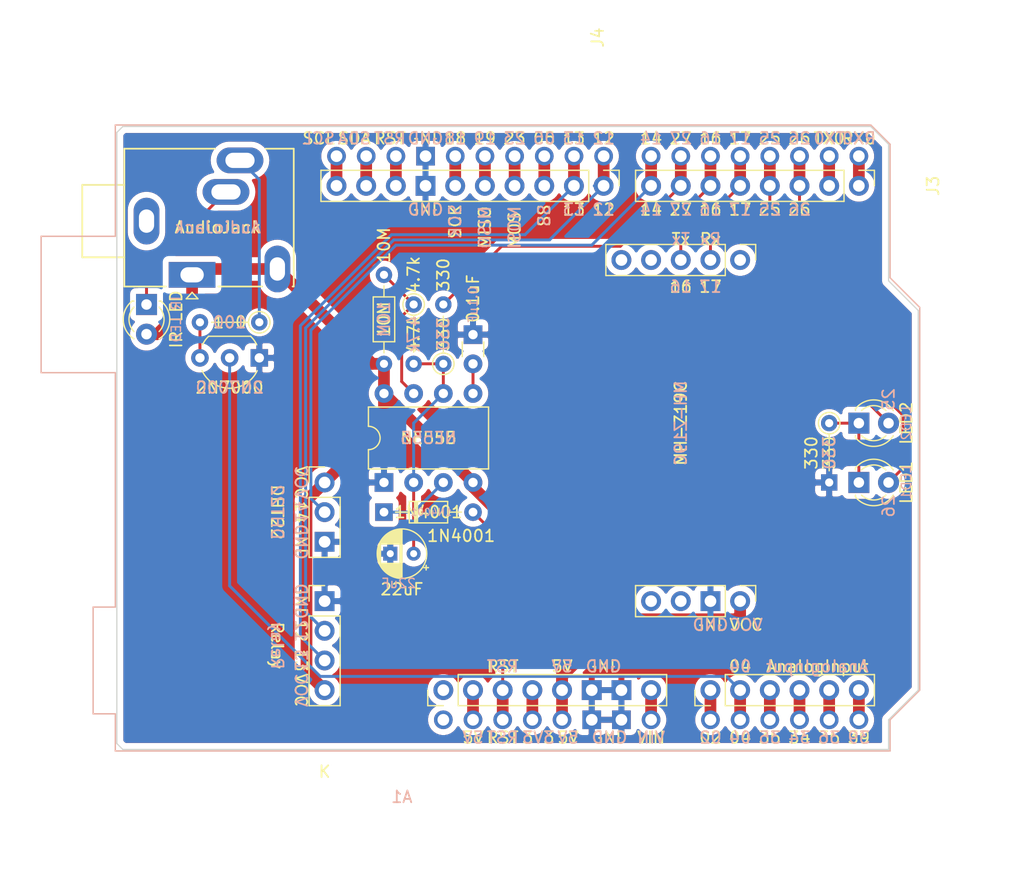
<source format=kicad_pcb>
(kicad_pcb (version 20171130) (host pcbnew "(5.1.12)-1")
  (layers (0 F.Cu signal) (31 B.Cu signal) (34 B.Paste user) (35 F.Paste user) (36 B.SilkS user) (37 F.SilkS user) (38 B.Mask user) (39 F.Mask user) (44 Edge.Cuts user))
  (net 0 "")
  (net 1 "Net-(A1-Pad16)")
  (net 2 "Net-(A1-Pad15)")
  (net 3 "Net-(A1-Pad30)")
  (net 4 "Net-(A1-Pad14)")
  (net 5 "Net-(A1-Pad13)")
  (net 6 "Net-(A1-Pad28)")
  (net 7 "Net-(A1-Pad12)")
  (net 8 "Net-(A1-Pad27)")
  (net 9 "Net-(A1-Pad11)")
  (net 10 "Net-(A1-Pad26)")
  (net 11 "Net-(A1-Pad10)")
  (net 12 "Net-(A1-Pad25)")
  (net 13 "Net-(A1-Pad9)")
  (net 14 "Net-(A1-Pad24)")
  (net 15 "Net-(A1-Pad8)")
  (net 16 "Net-(A1-Pad23)")
  (net 17 "Net-(A1-Pad22)")
  (net 18 "Net-(A1-Pad21)")
  (net 19 "Net-(A1-Pad20)")
  (net 20 "Net-(A1-Pad4)")
  (net 21 "Net-(A1-Pad19)")
  (net 22 "Net-(A1-Pad3)")
  (net 23 "Net-(A1-Pad18)")
  (net 24 "Net-(A1-Pad2)")
  (net 25 "Net-(A1-Pad17)")
  (net 26 "Net-(A1-Pad1)")
  (net 27 "Net-(A1-Pad31)")
  (net 28 "Net-(A1-Pad32)")
  (net 29 GND)
  (net 30 "Net-(C1-Pad1)")
  (net 31 "Net-(C2-Pad1)")
  (net 32 "Net-(D1-Pad1)")
  (net 33 "Net-(D4-Pad1)")
  (net 34 VCC)
  (net 35 "Net-(D5-Pad1)")
  (net 36 "Net-(J1-Pad1)")
  (net 37 "Net-(J6-PadS)")
  (net 38 "Net-(J6-PadR)")
  (net 39 "Net-(Q2-Pad3)")
  (net 40 "Net-(R4-Pad2)")
  (net 41 "Net-(J7-Pad5)")
  (net 42 "Net-(J7-Pad4)")
  (net 43 "Net-(J7-Pad1)")
  (net 44 "Net-(J8-Pad4)")
  (net 45 "Net-(J8-Pad3)")
  (module Module:Arduino_UNO_R3 (layer B.Cu) (at 142.24 134.62)
    (fp_text reference A1 (at -3.556 6.604 -180) (layer B.SilkS) (effects (justify mirror)))
    (fp_text value Arduino_UNO_R3)
    (pad 16 thru_hole oval (at 33.02 -48.26 270) (size 1.6 1.6) (drill 1) (layers *.Cu *.Mask) (net 1 "Net-(A1-Pad16)"))
    (pad 15 thru_hole oval (at 35.56 -48.26 270) (size 1.6 1.6) (drill 1) (layers *.Cu *.Mask) (net 2 "Net-(A1-Pad15)"))
    (pad 30 thru_hole oval (at -4.06 -48.26 270) (size 1.6 1.6) (drill 1) (layers *.Cu *.Mask) (net 3 "Net-(A1-Pad30)"))
    (pad 14 thru_hole oval (at 35.56 0 270) (size 1.6 1.6) (drill 1) (layers *.Cu *.Mask) (net 4 "Net-(A1-Pad14)"))
    (pad 29 thru_hole rect (at -1.52 -48.26 270) (size 1.6 1.6) (drill 1) (layers *.Cu *.Mask) (net 29 GND))
    (pad 13 thru_hole oval (at 33.02 0 270) (size 1.6 1.6) (drill 1) (layers *.Cu *.Mask) (net 5 "Net-(A1-Pad13)"))
    (pad 28 thru_hole oval (at 1.02 -48.26 270) (size 1.6 1.6) (drill 1) (layers *.Cu *.Mask) (net 6 "Net-(A1-Pad28)"))
    (pad 12 thru_hole oval (at 30.48 0 270) (size 1.6 1.6) (drill 1) (layers *.Cu *.Mask) (net 7 "Net-(A1-Pad12)"))
    (pad 27 thru_hole oval (at 3.56 -48.26 270) (size 1.6 1.6) (drill 1) (layers *.Cu *.Mask) (net 8 "Net-(A1-Pad27)"))
    (pad 11 thru_hole oval (at 27.94 0 270) (size 1.6 1.6) (drill 1) (layers *.Cu *.Mask) (net 9 "Net-(A1-Pad11)"))
    (pad 26 thru_hole oval (at 6.1 -48.26 270) (size 1.6 1.6) (drill 1) (layers *.Cu *.Mask) (net 10 "Net-(A1-Pad26)"))
    (pad 10 thru_hole oval (at 25.4 0 270) (size 1.6 1.6) (drill 1) (layers *.Cu *.Mask) (net 11 "Net-(A1-Pad10)"))
    (pad 25 thru_hole oval (at 8.64 -48.26 270) (size 1.6 1.6) (drill 1) (layers *.Cu *.Mask) (net 12 "Net-(A1-Pad25)"))
    (pad 9 thru_hole oval (at 22.86 0 270) (size 1.6 1.6) (drill 1) (layers *.Cu *.Mask) (net 13 "Net-(A1-Pad9)"))
    (pad 24 thru_hole oval (at 11.18 -48.26 270) (size 1.6 1.6) (drill 1) (layers *.Cu *.Mask) (net 14 "Net-(A1-Pad24)"))
    (pad 8 thru_hole oval (at 17.78 0 270) (size 1.6 1.6) (drill 1) (layers *.Cu *.Mask) (net 15 "Net-(A1-Pad8)"))
    (pad 23 thru_hole oval (at 13.72 -48.26 270) (size 1.6 1.6) (drill 1) (layers *.Cu *.Mask) (net 16 "Net-(A1-Pad23)"))
    (pad 7 thru_hole rect (at 15.24 0 270) (size 1.6 1.6) (drill 1) (layers *.Cu *.Mask) (net 29 GND))
    (pad 22 thru_hole oval (at 17.78 -48.26 270) (size 1.6 1.6) (drill 1) (layers *.Cu *.Mask) (net 17 "Net-(A1-Pad22)"))
    (pad 6 thru_hole rect (at 12.7 0 270) (size 1.6 1.6) (drill 1) (layers *.Cu *.Mask) (net 29 GND))
    (pad 21 thru_hole oval (at 20.32 -48.26 270) (size 1.6 1.6) (drill 1) (layers *.Cu *.Mask) (net 18 "Net-(A1-Pad21)"))
    (pad 5 thru_hole oval (at 10.16 0 270) (size 1.6 1.6) (drill 1) (layers *.Cu *.Mask) (net 34 VCC))
    (pad 20 thru_hole oval (at 22.86 -48.26 270) (size 1.6 1.6) (drill 1) (layers *.Cu *.Mask) (net 19 "Net-(A1-Pad20)"))
    (pad 4 thru_hole oval (at 7.62 0 270) (size 1.6 1.6) (drill 1) (layers *.Cu *.Mask) (net 20 "Net-(A1-Pad4)"))
    (pad 19 thru_hole oval (at 25.4 -48.26 270) (size 1.6 1.6) (drill 1) (layers *.Cu *.Mask) (net 21 "Net-(A1-Pad19)"))
    (pad 3 thru_hole oval (at 5.08 0 270) (size 1.6 1.6) (drill 1) (layers *.Cu *.Mask) (net 22 "Net-(A1-Pad3)"))
    (pad 18 thru_hole oval (at 27.94 -48.26 270) (size 1.6 1.6) (drill 1) (layers *.Cu *.Mask) (net 23 "Net-(A1-Pad18)"))
    (pad 2 thru_hole oval (at 2.54 0 270) (size 1.6 1.6) (drill 1) (layers *.Cu *.Mask) (net 24 "Net-(A1-Pad2)"))
    (pad 17 thru_hole oval (at 30.48 -48.26 270) (size 1.6 1.6) (drill 1) (layers *.Cu *.Mask) (net 25 "Net-(A1-Pad17)"))
    (pad 1 thru_hole circle (at 0 0 270) (size 1.6 1.6) (drill 1) (layers *.Cu *.Mask) (net 26 "Net-(A1-Pad1)"))
    (pad 31 thru_hole oval (at -6.6 -48.26 270) (size 1.6 1.6) (drill 1) (layers *.Cu *.Mask) (net 27 "Net-(A1-Pad31)"))
    (pad 32 thru_hole oval (at -9.14 -48.26 270) (size 1.6 1.6) (drill 1) (layers *.Cu *.Mask) (net 28 "Net-(A1-Pad32)"))
  )
  (module Resistor_THT:R_Axial_DIN0204_L3.6mm_D1.6mm_P5.08mm_Vertical (layer F.Cu) (at 139.7 99.06 270)
    (fp_text reference 4.7k (at 2.54 0 90) (layer F.SilkS))
    (fp_text value 4.7k (at -2.54 0 90) (layer F.SilkS))
    (fp_text user %R (at 2.54 0 90) (layer B.SilkS) (effects (justify mirror)))
    (pad 2 thru_hole oval (at 5.08 0 270) (size 1.4 1.4) (drill 0.7) (layers *.Cu *.Mask) (net 30 "Net-(C1-Pad1)"))
    (pad 1 thru_hole circle (at 0 0 270) (size 1.4 1.4) (drill 0.7) (layers *.Cu *.Mask) (net 40 "Net-(R4-Pad2)"))
  )
  (module Resistor_THT:R_Axial_DIN0204_L3.6mm_D1.6mm_P7.62mm_Horizontal (layer F.Cu) (at 137.16 104.14 90)
    (fp_text reference 10M (at 3.81 0 90) (layer F.SilkS))
    (fp_text value 10M (at 10.16 0 90) (layer F.SilkS))
    (fp_text user %R (at 3.81 0 90) (layer B.SilkS) (effects (justify mirror)))
    (pad 2 thru_hole oval (at 7.62 0 90) (size 1.4 1.4) (drill 0.7) (layers *.Cu *.Mask) (net 40 "Net-(R4-Pad2)"))
    (pad 1 thru_hole circle (at 0 0 90) (size 1.4 1.4) (drill 0.7) (layers *.Cu *.Mask) (net 34 VCC))
  )
  (module Capacitor_THT:C_Disc_D3.0mm_W1.6mm_P2.50mm (layer F.Cu) (at 144.78 104.14 90)
    (fp_text reference 0.1uF (at 5.588 0 90) (layer F.SilkS))
    (fp_text value 0.1uF)
    (fp_text user %R (at 5.08 0 90) (layer B.SilkS) (effects (font (size 0.76 0.76) (thickness 0.114)) (justify mirror)))
    (pad 2 thru_hole rect (at 2.5 0 90) (size 1.6 1.6) (drill 0.8) (layers *.Cu *.Mask) (net 29 GND))
    (pad 1 thru_hole circle (at 0 0 90) (size 1.6 1.6) (drill 0.8) (layers *.Cu *.Mask) (net 31 "Net-(C2-Pad1)"))
  )
  (module Package_TO_SOT_THT:TO-92_Inline_Wide (layer F.Cu) (at 126.492 103.632 180)
    (fp_text reference 2N7000 (at 2.54 -2.54) (layer F.SilkS))
    (fp_text value Q_NPN_EBC)
    (fp_text user %R (at 2.54 -2.54) (layer B.SilkS) (effects (justify mirror)))
    (pad 1 thru_hole rect (at 0 0 180) (size 1.5 1.5) (drill 0.8) (layers *.Cu *.Mask) (net 29 GND))
    (pad 3 thru_hole circle (at 5.08 0 180) (size 1.5 1.5) (drill 0.8) (layers *.Cu *.Mask) (net 39 "Net-(Q2-Pad3)"))
    (pad 2 thru_hole circle (at 2.54 0 180) (size 1.5 1.5) (drill 0.8) (layers *.Cu *.Mask) (net 11 "Net-(A1-Pad10)"))
  )
  (module Connector_PinHeader_2.54mm:PinHeader_1x03_P2.54mm_Vertical (layer F.Cu) (at 132.08 114.3)
    (fp_text reference DHT22 (at -4.064 2.54 -90 unlocked) (layer F.SilkS))
    (fp_text value DHT22)
    (fp_text user %R (at -4.064 2.54 -90 unlocked) (layer B.SilkS) (effects (justify mirror)))
    (pad 3 thru_hole rect (at 0 5.08) (size 1.7 1.7) (drill 1) (layers *.Cu *.Mask) (net 29 GND))
    (pad 2 thru_hole oval (at 0 2.54) (size 1.7 1.7) (drill 1) (layers *.Cu *.Mask) (net 17 "Net-(A1-Pad22)"))
    (pad 1 thru_hole circle (at 0 0) (size 1.7 1.7) (drill 1) (layers *.Cu *.Mask) (net 34 VCC))
  )
  (module Connector_PinHeader_2.54mm:PinHeader_1x04_P2.54mm_Vertical (layer F.Cu) (at 167.64 124.46 270)
    (fp_text reference VCC (at 2.032 -0.508) (layer F.SilkS))
    (fp_text value MH-Z19C (at -15.24 5.08 270) (layer F.SilkS))
    (fp_text user GND (at 2.032 2.54) (layer F.SilkS))
    (pad 4 thru_hole oval (at 0 7.62 270) (size 1.7 1.7) (drill 1) (layers *.Cu *.Mask) (net 44 "Net-(J8-Pad4)"))
    (pad 3 thru_hole oval (at 0 5.08 270) (size 1.7 1.7) (drill 1) (layers *.Cu *.Mask) (net 45 "Net-(J8-Pad3)"))
    (pad 2 thru_hole rect (at 0 2.54 270) (size 1.7 1.7) (drill 1) (layers *.Cu *.Mask) (net 29 GND))
    (pad 1 thru_hole circle (at 0 0 270) (size 1.7 1.7) (drill 1) (layers *.Cu *.Mask) (net 34 VCC))
  )
  (module Connector_PinHeader_2.54mm:PinHeader_1x05_P2.54mm_Vertical (layer F.Cu) (at 167.64 95.25 270)
    (fp_text reference Rx (at -1.778 2.54 180) (layer F.SilkS))
    (fp_text value MH-Z19C (at 13.97 5.08 270) (layer B.SilkS) (effects (justify mirror)))
    (fp_text user Tx (at -1.778 5.08) (layer F.SilkS))
    (pad 5 thru_hole oval (at 0 10.16 270) (size 1.7 1.7) (drill 1) (layers *.Cu *.Mask) (net 41 "Net-(J7-Pad5)"))
    (pad 4 thru_hole oval (at 0 7.62 270) (size 1.7 1.7) (drill 1) (layers *.Cu *.Mask) (net 42 "Net-(J7-Pad4)"))
    (pad 3 thru_hole oval (at 0 5.08 270) (size 1.7 1.7) (drill 1) (layers *.Cu *.Mask) (net 19 "Net-(A1-Pad20)"))
    (pad 2 thru_hole oval (at 0 2.54 270) (size 1.7 1.7) (drill 1) (layers *.Cu *.Mask) (net 21 "Net-(A1-Pad19)"))
    (pad 1 thru_hole circle (at 0 0 270) (size 1.7 1.7) (drill 1) (layers *.Cu *.Mask) (net 43 "Net-(J7-Pad1)"))
  )
  (module Package_DIP:DIP-8_W7.62mm (layer F.Cu) (at 137.16 114.3 90)
    (fp_text reference NE555 (at 3.81 3.81 180) (layer F.SilkS))
    (fp_text value NE555P)
    (fp_text user %R (at 3.81 3.81) (layer B.SilkS) (effects (justify mirror)))
    (pad 8 thru_hole oval (at 7.62 0 90) (size 1.6 1.6) (drill 0.8) (layers *.Cu *.Mask) (net 34 VCC))
    (pad 4 thru_hole oval (at 0 7.62 90) (size 1.6 1.6) (drill 0.8) (layers *.Cu *.Mask) (net 34 VCC))
    (pad 7 thru_hole oval (at 7.62 2.54 90) (size 1.6 1.6) (drill 0.8) (layers *.Cu *.Mask) (net 40 "Net-(R4-Pad2)"))
    (pad 3 thru_hole oval (at 0 5.08 90) (size 1.6 1.6) (drill 0.8) (layers *.Cu *.Mask) (net 33 "Net-(D4-Pad1)"))
    (pad 6 thru_hole oval (at 7.62 5.08 90) (size 1.6 1.6) (drill 0.8) (layers *.Cu *.Mask) (net 30 "Net-(C1-Pad1)"))
    (pad 2 thru_hole oval (at 0 2.54 90) (size 1.6 1.6) (drill 0.8) (layers *.Cu *.Mask) (net 30 "Net-(C1-Pad1)"))
    (pad 5 thru_hole oval (at 7.62 7.62 90) (size 1.6 1.6) (drill 0.8) (layers *.Cu *.Mask) (net 31 "Net-(C2-Pad1)"))
    (pad 1 thru_hole rect (at 0 0 90) (size 1.6 1.6) (drill 0.8) (layers *.Cu *.Mask) (net 29 GND))
  )
  (module Resistor_THT:R_Axial_DIN0204_L3.6mm_D1.6mm_P5.08mm_Vertical (layer F.Cu) (at 175.26 109.22 270)
    (fp_text reference 330 (at 2.54 0 90) (layer F.SilkS))
    (fp_text value 330 (at 2.54 1.524 90) (layer F.SilkS))
    (fp_text user %R (at 2.54 0 90) (layer B.SilkS) (effects (justify mirror)))
    (pad 2 thru_hole rect (at 5.08 0 270) (size 1.4 1.4) (drill 0.7) (layers *.Cu *.Mask) (net 29 GND))
    (pad 1 thru_hole circle (at 0 0 270) (size 1.4 1.4) (drill 0.7) (layers *.Cu *.Mask) (net 32 "Net-(D1-Pad1)"))
  )
  (module Resistor_THT:R_Axial_DIN0204_L3.6mm_D1.6mm_P5.08mm_Vertical (layer F.Cu) (at 142.24 104.14 90)
    (fp_text reference 330 (at 2.54 0 90) (layer F.SilkS))
    (fp_text value 330 (at 7.62 0 90) (layer F.SilkS))
    (fp_text user %R (at 2.54 0 90) (layer B.SilkS) (effects (justify mirror)))
    (pad 2 thru_hole oval (at 5.08 0 90) (size 1.4 1.4) (drill 0.7) (layers *.Cu *.Mask) (net 18 "Net-(A1-Pad21)"))
    (pad 1 thru_hole circle (at 0 0 90) (size 1.4 1.4) (drill 0.7) (layers *.Cu *.Mask) (net 30 "Net-(C1-Pad1)"))
  )
  (module Resistor_THT:R_Axial_DIN0204_L3.6mm_D1.6mm_P5.08mm_Vertical (layer F.Cu) (at 126.492 100.584 180)
    (fp_text reference 100 (at 2.54 0) (layer F.SilkS))
    (fp_text value R)
    (fp_text user %R (at 2.54 0) (layer B.SilkS) (effects (justify mirror)))
    (pad 2 thru_hole oval (at 5.08 0 180) (size 1.4 1.4) (drill 0.7) (layers *.Cu *.Mask) (net 39 "Net-(Q2-Pad3)"))
    (pad 1 thru_hole circle (at 0 0 180) (size 1.4 1.4) (drill 0.7) (layers *.Cu *.Mask) (net 38 "Net-(J6-PadR)"))
  )
  (module Connector_Audio:Jack_3.5mm_Ledino_KB3SPRS_Horizontal (layer F.Cu) (at 120.74 96.52)
    (fp_text reference AudioJack (at 2.196 -4.064) (layer F.SilkS))
    (fp_text value AudioJack3_SwitchTR)
    (fp_text user %R (at 2.196 -4.064) (layer B.SilkS) (effects (justify mirror)))
    (pad S thru_hole oval (at -3.9 -4.6) (size 2.2 4) (drill oval 1.3 2) (layers *.Cu *.Mask) (net 37 "Net-(J6-PadS)"))
    (pad R thru_hole oval (at 4.1 -9.8) (size 4 2.2) (drill oval 2.5 1.3) (layers *.Cu *.Mask) (net 38 "Net-(J6-PadR)"))
    (pad RN thru_hole oval (at 2.9 -7.1) (size 4 2.2) (drill oval 2.5 1.3) (layers *.Cu *.Mask) (net 35 "Net-(D5-Pad1)"))
    (pad TN thru_hole oval (at 7.3 -0.5 90) (size 4 2.2) (drill oval 2 1.3) (layers *.Cu *.Mask) (net 34 VCC))
    (pad T thru_hole rect (at 0 0) (size 4 2.2) (drill oval 2 1.3) (layers *.Cu *.Mask) (net 34 VCC))
  )
  (module Connector_PinHeader_2.54mm:PinHeader_1x04_P2.54mm_Vertical (layer F.Cu) (at 132.08 124.46)
    (fp_text reference Relay (at -4.064 3.81 -90 unlocked) (layer F.SilkS))
    (fp_text value Relay)
    (fp_text user %R (at -4.064 3.81 -90 unlocked) (layer B.SilkS) (effects (justify mirror)))
    (pad 4 thru_hole oval (at 0 7.62) (size 1.7 1.7) (drill 1) (layers *.Cu *.Mask) (net 34 VCC))
    (pad 3 thru_hole oval (at 0 5.08) (size 1.7 1.7) (drill 1) (layers *.Cu *.Mask) (net 14 "Net-(A1-Pad24)"))
    (pad 2 thru_hole oval (at 0 2.54) (size 1.7 1.7) (drill 1) (layers *.Cu *.Mask) (net 16 "Net-(A1-Pad23)"))
    (pad 1 thru_hole rect (at 0 0) (size 1.7 1.7) (drill 1) (layers *.Cu *.Mask) (net 29 GND))
  )
  (module Connector_PinHeader_2.54mm:PinHeader_1x10_P2.54mm_Vertical (layer F.Cu) (at 155.956 88.9 270)
    (fp_text reference J4 (at -12.7 0.508 90) (layer F.SilkS))
    (fp_text value Conn_01x10)
    (pad 10 thru_hole oval (at 0 22.86 270) (size 1.7 1.7) (drill 1) (layers *.Cu *.Mask) (net 28 "Net-(A1-Pad32)"))
    (pad 9 thru_hole oval (at 0 20.32 270) (size 1.7 1.7) (drill 1) (layers *.Cu *.Mask) (net 27 "Net-(A1-Pad31)"))
    (pad 8 thru_hole oval (at 0 17.78 270) (size 1.7 1.7) (drill 1) (layers *.Cu *.Mask) (net 3 "Net-(A1-Pad30)"))
    (pad 7 thru_hole rect (at 0 15.24 270) (size 1.7 1.7) (drill 1) (layers *.Cu *.Mask) (net 29 GND))
    (pad 6 thru_hole oval (at 0 12.7 270) (size 1.7 1.7) (drill 1) (layers *.Cu *.Mask) (net 6 "Net-(A1-Pad28)"))
    (pad 5 thru_hole oval (at 0 10.16 270) (size 1.7 1.7) (drill 1) (layers *.Cu *.Mask) (net 8 "Net-(A1-Pad27)"))
    (pad 4 thru_hole oval (at 0 7.62 270) (size 1.7 1.7) (drill 1) (layers *.Cu *.Mask) (net 10 "Net-(A1-Pad26)"))
    (pad 3 thru_hole oval (at 0 5.08 270) (size 1.7 1.7) (drill 1) (layers *.Cu *.Mask) (net 12 "Net-(A1-Pad25)"))
    (pad 2 thru_hole oval (at 0 2.54 270) (size 1.7 1.7) (drill 1) (layers *.Cu *.Mask) (net 14 "Net-(A1-Pad24)"))
    (pad 1 thru_hole circle (at 0 0 270) (size 1.7 1.7) (drill 1) (layers *.Cu *.Mask) (net 16 "Net-(A1-Pad23)"))
  )
  (module Connector_PinHeader_2.54mm:PinHeader_1x08_P2.54mm_Vertical (layer F.Cu) (at 177.8 88.9 270)
    (fp_text reference J3 (at 0 -6.35 90) (layer F.SilkS))
    (fp_text value Conn_01x08)
    (pad 8 thru_hole oval (at 0 17.78 270) (size 1.7 1.7) (drill 1) (layers *.Cu *.Mask) (net 17 "Net-(A1-Pad22)"))
    (pad 7 thru_hole oval (at 0 15.24 270) (size 1.7 1.7) (drill 1) (layers *.Cu *.Mask) (net 18 "Net-(A1-Pad21)"))
    (pad 6 thru_hole oval (at 0 12.7 270) (size 1.7 1.7) (drill 1) (layers *.Cu *.Mask) (net 19 "Net-(A1-Pad20)"))
    (pad 5 thru_hole oval (at 0 10.16 270) (size 1.7 1.7) (drill 1) (layers *.Cu *.Mask) (net 21 "Net-(A1-Pad19)"))
    (pad 4 thru_hole oval (at 0 7.62 270) (size 1.7 1.7) (drill 1) (layers *.Cu *.Mask) (net 23 "Net-(A1-Pad18)"))
    (pad 3 thru_hole oval (at 0 5.08 270) (size 1.7 1.7) (drill 1) (layers *.Cu *.Mask) (net 25 "Net-(A1-Pad17)"))
    (pad 2 thru_hole oval (at 0 2.54 270) (size 1.7 1.7) (drill 1) (layers *.Cu *.Mask) (net 1 "Net-(A1-Pad16)"))
    (pad 1 thru_hole circle (at 0 0 270) (size 1.7 1.7) (drill 1) (layers *.Cu *.Mask) (net 2 "Net-(A1-Pad15)"))
  )
  (module Connector_PinHeader_2.54mm:PinHeader_1x06_P2.54mm_Vertical (layer F.Cu) (at 165.1 132.08 90)
    (fp_text reference 04 (at 2.032 2.54) (layer F.SilkS))
    (fp_text value Conn_01x06)
    (fp_text user %R (at 2.032 2.54) (layer B.SilkS) (effects (justify mirror)))
    (pad 6 thru_hole oval (at 0 12.7 90) (size 1.7 1.7) (drill 1) (layers *.Cu *.Mask) (net 4 "Net-(A1-Pad14)"))
    (pad 5 thru_hole oval (at 0 10.16 90) (size 1.7 1.7) (drill 1) (layers *.Cu *.Mask) (net 5 "Net-(A1-Pad13)"))
    (pad 4 thru_hole oval (at 0 7.62 90) (size 1.7 1.7) (drill 1) (layers *.Cu *.Mask) (net 7 "Net-(A1-Pad12)"))
    (pad 3 thru_hole oval (at 0 5.08 90) (size 1.7 1.7) (drill 1) (layers *.Cu *.Mask) (net 9 "Net-(A1-Pad11)"))
    (pad 2 thru_hole oval (at 0 2.54 90) (size 1.7 1.7) (drill 1) (layers *.Cu *.Mask) (net 11 "Net-(A1-Pad10)"))
    (pad 1 thru_hole circle (at 0 0 90) (size 1.7 1.7) (drill 1) (layers *.Cu *.Mask) (net 13 "Net-(A1-Pad9)"))
  )
  (module Connector_PinHeader_2.54mm:PinHeader_1x08_P2.54mm_Vertical (layer F.Cu) (at 142.24 132.08 90)
    (fp_text reference RST (at 2.032 5.08 180) (layer F.SilkS))
    (fp_text value Conn_01x08)
    (fp_text user %R (at 2.032 5.08) (layer B.SilkS) (effects (justify mirror)))
    (pad 8 thru_hole oval (at 0 17.78 90) (size 1.7 1.7) (drill 1) (layers *.Cu *.Mask) (net 15 "Net-(A1-Pad8)"))
    (pad 7 thru_hole rect (at 0 15.24 90) (size 1.7 1.7) (drill 1) (layers *.Cu *.Mask) (net 29 GND))
    (pad 6 thru_hole rect (at 0 12.7 90) (size 1.7 1.7) (drill 1) (layers *.Cu *.Mask) (net 29 GND))
    (pad 5 thru_hole oval (at 0 10.16 90) (size 1.7 1.7) (drill 1) (layers *.Cu *.Mask) (net 34 VCC))
    (pad 4 thru_hole oval (at 0 7.62 90) (size 1.7 1.7) (drill 1) (layers *.Cu *.Mask) (net 20 "Net-(A1-Pad4)"))
    (pad 3 thru_hole oval (at 0 5.08 90) (size 1.7 1.7) (drill 1) (layers *.Cu *.Mask) (net 22 "Net-(A1-Pad3)"))
    (pad 2 thru_hole oval (at 0 2.54 90) (size 1.7 1.7) (drill 1) (layers *.Cu *.Mask) (net 24 "Net-(A1-Pad2)"))
    (pad 1 thru_hole circle (at 0 0 90) (size 1.7 1.7) (drill 1) (layers *.Cu *.Mask) (net 36 "Net-(J1-Pad1)"))
  )
  (module LED_THT:LED_D3.0mm_Clear (layer F.Cu) (at 116.84 99.06 270)
    (fp_text reference "IR LED" (at 1.27 -2.54 90) (layer F.SilkS))
    (fp_text value LED)
    (fp_text user %R (at 1.27 -2.54 90) (layer B.SilkS) (effects (font (size 0.8 0.8) (thickness 0.12)) (justify mirror)))
    (pad 2 thru_hole circle (at 2.54 0 270) (size 1.8 1.8) (drill 0.9) (layers *.Cu *.Mask) (net 34 VCC))
    (pad 1 thru_hole rect (at 0 0 270) (size 1.8 1.8) (drill 0.9) (layers *.Cu *.Mask) (net 35 "Net-(D5-Pad1)"))
  )
  (module Diode_THT:D_DO-34_SOD68_P7.62mm_Horizontal (layer F.Cu) (at 137.16 116.84)
    (fp_text reference 1N4001 (at 3.81 0) (layer F.SilkS))
    (fp_text value 1N4001 (at 6.604 2.032) (layer F.SilkS))
    (fp_text user K (at -5.08 22.225) (layer F.SilkS))
    (fp_text user %R (at 4.038 0) (layer B.SilkS) (effects (font (size 0.608 0.608) (thickness 0.0912)) (justify mirror)))
    (pad 2 thru_hole oval (at 7.62 0) (size 1.5 1.5) (drill 0.75) (layers *.Cu *.Mask) (net 22 "Net-(A1-Pad3)"))
    (pad 1 thru_hole rect (at 0 0) (size 1.5 1.5) (drill 0.75) (layers *.Cu *.Mask) (net 33 "Net-(D4-Pad1)"))
  )
  (module LED_THT:LED_D3.0mm_IRBlack (layer F.Cu) (at 177.8 109.22)
    (fp_text reference LED2 (at 4.064 0 90) (layer F.SilkS))
    (fp_text value IR204A)
    (fp_text user %R (at 4.064 0 90) (layer B.SilkS) (effects (font (size 0.8 0.8) (thickness 0.12)) (justify mirror)))
    (pad 2 thru_hole circle (at 2.54 0) (size 1.8 1.8) (drill 0.9) (layers *.Cu *.Mask) (net 23 "Net-(A1-Pad18)"))
    (pad 1 thru_hole rect (at 0 0) (size 1.8 1.8) (drill 0.9) (layers *.Cu *.Mask) (net 32 "Net-(D1-Pad1)"))
  )
  (module LED_THT:LED_D3.0mm_IRBlack (layer F.Cu) (at 177.8 114.3)
    (fp_text reference LED1 (at 4.064 0 90) (layer F.SilkS))
    (fp_text value IR204A)
    (fp_text user %R (at 4.064 0 90) (layer B.SilkS) (effects (font (size 0.8 0.8) (thickness 0.12)) (justify mirror)))
    (pad 2 thru_hole circle (at 2.54 0) (size 1.8 1.8) (drill 0.9) (layers *.Cu *.Mask) (net 25 "Net-(A1-Pad17)"))
    (pad 1 thru_hole rect (at 0 0) (size 1.8 1.8) (drill 0.9) (layers *.Cu *.Mask) (net 32 "Net-(D1-Pad1)"))
  )
  (module Capacitor_THT:CP_Radial_D4.0mm_P2.00mm (layer F.Cu) (at 139.7 120.396 180)
    (fp_text reference 22uF (at 1 -3.048) (layer F.SilkS))
    (fp_text value 22uF)
    (fp_text user %R (at 1.27 -2.54) (layer B.SilkS) (effects (font (size 0.8 0.8) (thickness 0.12)) (justify mirror)))
    (pad 2 thru_hole rect (at 2 0 180) (size 1.2 1.2) (drill 0.6) (layers *.Cu *.Mask) (net 29 GND))
    (pad 1 thru_hole circle (at 0 0 180) (size 1.2 1.2) (drill 0.6) (layers *.Cu *.Mask) (net 30 "Net-(C1-Pad1)"))
  )
  (gr_text 26 (at 180.34 116.332 90) (layer B.SilkS) (effects (font (size 1 1)) (justify mirror)))
  (gr_text 25 (at 180.34 107.188 90) (layer B.SilkS) (effects (font (size 1 1)) (justify mirror)))
  (gr_text 16 (at 162.56 97.536) (layer B.SilkS) (effects (font (size 1 1)) (justify mirror)))
  (gr_text 17 (at 165.1 97.536) (layer B.SilkS) (effects (font (size 1 1)) (justify mirror)))
  (gr_text 17 (at 165.1 97.536) (layer F.SilkS) (effects (font (size 1 1))))
  (gr_text 16 (at 162.56 97.536) (layer F.SilkS) (effects (font (size 1 1))))
  (gr_text GND (at 130.048 124.46 -90) (layer B.SilkS) (effects (font (size 1 1)) (justify mirror)))
  (gr_text VCC (at 130.048 132.08 -90) (layer B.SilkS) (effects (font (size 1 1)) (justify mirror)))
  (gr_text 12 (at 130.048 127 -90) (layer B.SilkS) (effects (font (size 1 1)) (justify mirror)))
  (gr_text 13 (at 130.048 129.54 -90) (layer B.SilkS) (effects (font (size 1 1)) (justify mirror)))
  (gr_text 13 (at 130.048 129.54 -90) (layer F.SilkS) (effects (font (size 1 1))))
  (gr_text 14 (at 130.048 116.84 -90) (layer B.SilkS) (effects (font (size 1 1)) (justify mirror)))
  (gr_text GND (at 130.048 119.38 -90) (layer B.SilkS) (effects (font (size 1 1)) (justify mirror)))
  (gr_text VCC (at 130.048 114.3 -90) (layer B.SilkS) (effects (font (size 1 1)) (justify mirror)))
  (gr_text VCC (at 130.048 132.08 -90) (layer F.SilkS) (effects (font (size 1 1))))
  (gr_text 12 (at 130.048 127 -90) (layer F.SilkS) (effects (font (size 1 1))))
  (gr_text GND (at 130.048 124.46 -90) (layer F.SilkS) (effects (font (size 1 1))))
  (gr_text GND (at 130.048 119.38 -90) (layer F.SilkS) (effects (font (size 1 1))))
  (gr_text 14 (at 130.048 116.84 -90) (layer F.SilkS) (effects (font (size 1 1))))
  (gr_text VCC (at 130.048 114.3 -90) (layer F.SilkS) (effects (font (size 1 1))))
  (gr_text VCC (at 168.148 126.492) (layer B.SilkS) (effects (font (size 1 1)) (justify mirror)))
  (gr_text GND (at 165.1 126.492) (layer B.SilkS) (effects (font (size 1 1)) (justify mirror)))
  (gr_text MOSI (at 148.336 92.456 90) (layer B.SilkS) (effects (font (size 1 1)) (justify mirror)))
  (gr_text SCK (at 143.256 91.948 90) (layer B.SilkS) (effects (font (size 1 1)) (justify mirror)))
  (gr_text MISO (at 145.796 92.456 90) (layer B.SilkS) (effects (font (size 1 1)) (justify mirror)))
  (gr_text SS (at 150.876 91.44 90) (layer B.SilkS) (effects (font (size 1 1)) (justify mirror)))
  (gr_text AnalogInput (at 174.244 130.048) (layer B.SilkS) (effects (font (size 1 1)) (justify mirror)))
  (gr_text AnalogInput (at 174.244 130.048) (layer F.SilkS) (effects (font (size 1 1))))
  (gr_text 39 (at 177.8 136.144) (layer B.SilkS) (effects (font (size 1 1)) (justify mirror)))
  (gr_text 34 (at 172.72 136.144) (layer B.SilkS) (effects (font (size 1 1)) (justify mirror)))
  (gr_text 35 (at 170.18 136.144) (layer B.SilkS) (effects (font (size 1 1)) (justify mirror)))
  (gr_text 36 (at 175.26 136.144) (layer B.SilkS) (effects (font (size 1 1)) (justify mirror)))
  (gr_text 02 (at 165.1 136.144) (layer B.SilkS) (effects (font (size 1 1)) (justify mirror)))
  (gr_text 04 (at 167.64 136.144) (layer B.SilkS) (effects (font (size 1 1)) (justify mirror)))
  (gr_text 39 (at 177.8 136.144) (layer F.SilkS) (effects (font (size 1 1))))
  (gr_text 36 (at 175.26 136.144) (layer F.SilkS) (effects (font (size 1 1))))
  (gr_text 34 (at 172.72 136.144) (layer F.SilkS) (effects (font (size 1 1))))
  (gr_text 35 (at 170.18 136.144) (layer F.SilkS) (effects (font (size 1 1))))
  (gr_text 04 (at 167.64 136.144) (layer F.SilkS) (effects (font (size 1 1))))
  (gr_text 02 (at 165.1 136.144) (layer F.SilkS) (effects (font (size 1 1))))
  (gr_text 3V3 (at 150.368 136.144) (layer B.SilkS) (effects (font (size 1 1)) (justify mirror)))
  (gr_text 5V (at 152.908 136.144) (layer B.SilkS) (effects (font (size 1 1)) (justify mirror)))
  (gr_text 5V (at 144.78 136.144) (layer B.SilkS) (effects (font (size 1 1)) (justify mirror)))
  (gr_text GND (at 156.464 136.144) (layer B.SilkS) (effects (font (size 1 1)) (justify mirror)))
  (gr_text RST (at 147.32 136.144) (layer B.SilkS) (effects (font (size 1 1)) (justify mirror)))
  (gr_text VIN (at 160.02 136.144) (layer B.SilkS) (effects (font (size 1 1)) (justify mirror)))
  (gr_text RST (at 147.32 136.144) (layer F.SilkS) (effects (font (size 1 1))))
  (gr_text 3V3 (at 150.368 136.144) (layer F.SilkS) (effects (font (size 1 1))))
  (gr_text 5V (at 152.908 136.144) (layer F.SilkS) (effects (font (size 1 1))))
  (gr_text VIN (at 160.02 136.144) (layer F.SilkS) (effects (font (size 1 1))))
  (gr_text GND (at 156.464 136.144) (layer F.SilkS) (effects (font (size 1 1))))
  (gr_text 5V (at 144.78 136.144) (layer F.SilkS) (effects (font (size 1 1))))
  (gr_text SDA (at 134.62 84.836) (layer B.SilkS) (effects (font (size 1 1)) (justify mirror)))
  (gr_text RST (at 137.668 84.836) (layer B.SilkS) (effects (font (size 1 1)) (justify mirror)))
  (gr_text 23 (at 148.336 84.836) (layer B.SilkS) (effects (font (size 1 1)) (justify mirror)))
  (gr_text 18 (at 143.256 84.836) (layer B.SilkS) (effects (font (size 1 1)) (justify mirror)))
  (gr_text 19 (at 145.796 84.836) (layer B.SilkS) (effects (font (size 1 1)) (justify mirror)))
  (gr_text SCL (at 131.572 84.836) (layer B.SilkS) (effects (font (size 1 1)) (justify mirror)))
  (gr_text 05 (at 150.876 84.836) (layer B.SilkS) (effects (font (size 1 1)) (justify mirror)))
  (gr_text SCL (at 131.572 84.836) (layer F.SilkS) (effects (font (size 1 1))))
  (gr_text SCK (at 143.256 91.948 90) (layer F.SilkS) (effects (font (size 1 1))))
  (gr_text MISO (at 145.796 92.456 90) (layer F.SilkS) (effects (font (size 1 1))))
  (gr_text Tx (at 162.56 93.472) (layer B.SilkS) (effects (font (size 1 1)) (justify mirror)))
  (gr_text MOSI (at 148.336 92.456 90) (layer F.SilkS) (effects (font (size 1 1))))
  (gr_text SS (at 150.876 91.44 90) (layer F.SilkS) (effects (font (size 1 1))))
  (gr_text Rx (at 165.1 93.472) (layer B.SilkS) (effects (font (size 1 1)) (justify mirror)))
  (gr_text 23 (at 148.336 84.836) (layer F.SilkS) (effects (font (size 1 1))))
  (gr_text 05 (at 150.876 84.836) (layer F.SilkS) (effects (font (size 1 1))))
  (gr_text 18 (at 143.256 84.836) (layer F.SilkS) (effects (font (size 1 1))))
  (gr_text 19 (at 145.796 84.836) (layer F.SilkS) (effects (font (size 1 1))))
  (gr_text RX0 (at 177.8 84.836) (layer B.SilkS) (effects (font (size 1 1)) (justify mirror)))
  (gr_text TX0 (at 175.26 84.836) (layer B.SilkS) (effects (font (size 1 1)) (justify mirror)))
  (gr_text GND (at 140.716 84.836) (layer B.SilkS) (effects (font (size 1 1)) (justify mirror)))
  (gr_text GND (at 140.716 84.836) (layer F.SilkS) (effects (font (size 1 1))))
  (gr_text 25 (at 170.18 84.836) (layer F.SilkS) (effects (font (size 1 1))))
  (gr_text 16 (at 165.1 84.836) (layer F.SilkS) (effects (font (size 1 1))))
  (gr_text 27 (at 162.56 84.836) (layer F.SilkS) (effects (font (size 1 1))))
  (gr_text 17 (at 167.64 84.836) (layer F.SilkS) (effects (font (size 1 1))))
  (gr_text 12 (at 155.956 84.836) (layer B.SilkS) (effects (font (size 1 1)) (justify mirror)))
  (gr_text 13 (at 153.416 84.836) (layer B.SilkS) (effects (font (size 1 1)) (justify mirror)))
  (gr_text 26 (at 172.72 84.836) (layer F.SilkS) (effects (font (size 1 1))))
  (gr_text 14 (at 160.02 84.836) (layer F.SilkS) (effects (font (size 1 1))))
  (gr_text 17 (at 167.64 84.836) (layer B.SilkS) (effects (font (size 1 1)) (justify mirror)))
  (gr_text 16 (at 165.1 84.836) (layer B.SilkS) (effects (font (size 1 1)) (justify mirror)))
  (gr_text 13 (at 153.416 84.836) (layer F.SilkS) (effects (font (size 1 1))))
  (gr_text 14 (at 160.02 84.836) (layer B.SilkS) (effects (font (size 1 1)) (justify mirror)))
  (gr_text 27 (at 162.56 84.836) (layer B.SilkS) (effects (font (size 1 1)) (justify mirror)))
  (gr_text 12 (at 155.956 84.836) (layer F.SilkS) (effects (font (size 1 1))))
  (gr_text 26 (at 172.72 84.836) (layer B.SilkS) (effects (font (size 1 1)) (justify mirror)))
  (gr_text 25 (at 170.18 84.836) (layer B.SilkS) (effects (font (size 1 1)) (justify mirror)))
  (gr_text TX0 (at 175.26 84.836) (layer F.SilkS) (effects (font (size 1 1))))
  (gr_text RX0 (at 177.8 84.836) (layer F.SilkS) (effects (font (size 1 1))))
  (gr_text RST (at 137.668 84.836) (layer F.SilkS) (effects (font (size 1 1))))
  (gr_text 26 (at 172.72 90.932) (layer B.SilkS) (effects (font (size 1 1)) (justify mirror)))
  (gr_text 25 (at 170.18 90.932) (layer B.SilkS) (effects (font (size 1 1)) (justify mirror)))
  (gr_text 17 (at 167.64 90.932) (layer B.SilkS) (effects (font (size 1 1)) (justify mirror)))
  (gr_text 16 (at 165.1 90.932) (layer B.SilkS) (effects (font (size 1 1)) (justify mirror)))
  (gr_text 27 (at 162.56 90.932) (layer B.SilkS) (effects (font (size 1 1)) (justify mirror)))
  (gr_text 14 (at 160.02 90.932) (layer B.SilkS) (effects (font (size 1 1)) (justify mirror)))
  (gr_text 12 (at 155.956 90.932) (layer B.SilkS) (effects (font (size 1 1)) (justify mirror)))
  (gr_text 13 (at 153.416 90.932) (layer B.SilkS) (effects (font (size 1 1)) (justify mirror)))
  (gr_text SDA (at 134.62 84.836) (layer F.SilkS) (effects (font (size 1 1))))
  (gr_text 13 (at 153.416 90.932) (layer F.SilkS) (effects (font (size 1 1))))
  (gr_text 26 (at 172.72 90.932) (layer F.SilkS) (effects (font (size 1 1))))
  (gr_text 25 (at 170.18 90.932) (layer F.SilkS) (effects (font (size 1 1))))
  (gr_text 17 (at 167.64 90.932) (layer F.SilkS) (effects (font (size 1 1))))
  (gr_text 16 (at 165.1 90.932) (layer F.SilkS) (effects (font (size 1 1))))
  (gr_text 27 (at 162.56 90.932) (layer F.SilkS) (effects (font (size 1 1))))
  (gr_text 14 (at 160.02 90.932) (layer F.SilkS) (effects (font (size 1 1))))
  (gr_text 12 (at 155.956 90.932) (layer F.SilkS) (effects (font (size 1 1))))
  (gr_text GND (at 140.716 90.932) (layer F.SilkS) (effects (font (size 1 1))))
  (gr_text GND (at 140.716 90.932) (layer B.SilkS) (effects (font (size 1 1)) (justify mirror)))
  (gr_line (start 178.816 83.82) (end 180.34 85.344) (layer Edge.Cuts) (width 0.1))
  (gr_line (start 114.808 83.82) (end 178.816 83.82) (layer Edge.Cuts) (width 0.1))
  (gr_line (start 114.3 84.328) (end 114.808 83.82) (layer Edge.Cuts) (width 0.1))
  (gr_line (start 114.3 136.652) (end 114.3 84.328) (layer Edge.Cuts) (width 0.1))
  (gr_line (start 114.808 137.16) (end 114.3 136.652) (layer Edge.Cuts) (width 0.1))
  (gr_line (start 180.34 137.16) (end 114.808 137.16) (layer Edge.Cuts) (width 0.1))
  (gr_line (start 180.34 134.62) (end 180.34 137.16) (layer Edge.Cuts) (width 0.1))
  (gr_line (start 182.88 132.08) (end 180.34 134.62) (layer Edge.Cuts) (width 0.1))
  (gr_line (start 182.88 99.568) (end 182.88 132.08) (layer Edge.Cuts) (width 0.1))
  (gr_line (start 180.34 97.028) (end 182.88 99.568) (layer Edge.Cuts) (width 0.1))
  (gr_line (start 180.34 85.344) (end 180.34 97.028) (layer Edge.Cuts) (width 0.1))
  (gr_text GND (at 155.956 130.048) (layer B.SilkS) (effects (font (size 1 1)) (justify mirror)))
  (gr_text GND (at 155.956 130.048) (layer F.SilkS) (effects (font (size 1 1))))
  (gr_text 5V (at 152.4 130.048) (layer B.SilkS) (effects (font (size 1 1)) (justify mirror)))
  (gr_text 5V (at 152.4 130.048) (layer F.SilkS) (effects (font (size 1 1))))
  (segment (start 175.26 86.36) (end 175.26 88.9) (width 1) (layer F.Cu) (net 1))
  (segment (start 177.8 86.36) (end 177.8 88.9) (width 1) (layer F.Cu) (net 2))
  (segment (start 138.18 88.896) (end 138.176 88.9) (width 1) (layer F.Cu) (net 3))
  (segment (start 138.18 86.36) (end 138.18 88.896) (width 1) (layer F.Cu) (net 3))
  (segment (start 177.8 134.62) (end 177.8 132.08) (width 1) (layer F.Cu) (net 4))
  (segment (start 175.26 134.62) (end 175.26 132.08) (width 1) (layer F.Cu) (net 5))
  (segment (start 143.26 88.896) (end 143.256 88.9) (width 1) (layer F.Cu) (net 6))
  (segment (start 143.26 86.36) (end 143.26 88.896) (width 1) (layer F.Cu) (net 6))
  (segment (start 172.72 134.62) (end 172.72 132.08) (width 1) (layer F.Cu) (net 7))
  (segment (start 145.8 88.896) (end 145.796 88.9) (width 1) (layer F.Cu) (net 8))
  (segment (start 145.8 86.36) (end 145.8 88.896) (width 1) (layer F.Cu) (net 8))
  (segment (start 170.18 134.62) (end 170.18 132.08) (width 1) (layer F.Cu) (net 9))
  (segment (start 148.34 88.896) (end 148.336 88.9) (width 1) (layer F.Cu) (net 10))
  (segment (start 148.34 86.36) (end 148.34 88.896) (width 1) (layer F.Cu) (net 10))
  (segment (start 167.64 134.62) (end 167.64 132.08) (width 1) (layer F.Cu) (net 11))
  (segment (start 166.464999 130.904999) (end 167.64 132.08) (width 0.25) (layer B.Cu) (net 11))
  (segment (start 131.705997 130.904999) (end 166.464999 130.904999) (width 0.25) (layer B.Cu) (net 11))
  (segment (start 123.952 123.151002) (end 131.705997 130.904999) (width 0.25) (layer B.Cu) (net 11))
  (segment (start 123.952 103.632) (end 123.952 123.151002) (width 0.25) (layer B.Cu) (net 11))
  (segment (start 150.88 88.896) (end 150.876 88.9) (width 1) (layer F.Cu) (net 12))
  (segment (start 150.88 86.36) (end 150.88 88.896) (width 1) (layer F.Cu) (net 12))
  (segment (start 165.1 134.62) (end 165.1 132.08) (width 1) (layer F.Cu) (net 13))
  (segment (start 153.42 88.896) (end 153.416 88.9) (width 1) (layer F.Cu) (net 14))
  (segment (start 153.42 86.36) (end 153.42 88.896) (width 1) (layer F.Cu) (net 14))
  (segment (start 149.236018 93.079982) (end 137.810196 93.079982) (width 0.25) (layer B.Cu) (net 14))
  (segment (start 153.416 88.9) (end 149.236018 93.079982) (width 0.25) (layer B.Cu) (net 14))
  (segment (start 130.00498 127.46498) (end 132.08 129.54) (width 0.25) (layer B.Cu) (net 14))
  (segment (start 130.00498 100.885198) (end 130.00498 127.46498) (width 0.25) (layer B.Cu) (net 14))
  (segment (start 137.810196 93.079982) (end 130.00498 100.885198) (width 0.25) (layer B.Cu) (net 14))
  (segment (start 160.02 134.62) (end 160.02 132.08) (width 1) (layer F.Cu) (net 15))
  (segment (start 155.96 88.896) (end 155.956 88.9) (width 1) (layer F.Cu) (net 16))
  (segment (start 155.96 86.36) (end 155.96 88.896) (width 1) (layer F.Cu) (net 16))
  (segment (start 130.904999 125.824999) (end 132.08 127) (width 0.25) (layer B.Cu) (net 16))
  (segment (start 155.956 88.9) (end 155.155002 88.9) (width 0.25) (layer B.Cu) (net 16))
  (segment (start 130.454989 125.374989) (end 132.08 127) (width 0.25) (layer B.Cu) (net 16))
  (segment (start 137.996597 93.529991) (end 130.454989 101.071599) (width 0.25) (layer B.Cu) (net 16))
  (segment (start 130.454989 101.071599) (end 130.454989 125.374989) (width 0.25) (layer B.Cu) (net 16))
  (segment (start 151.326008 93.529992) (end 137.996597 93.529991) (width 0.25) (layer B.Cu) (net 16))
  (segment (start 155.956 88.9) (end 151.326008 93.529992) (width 0.25) (layer B.Cu) (net 16))
  (segment (start 160.02 86.36) (end 160.02 88.9) (width 1) (layer F.Cu) (net 17))
  (segment (start 160.02 88.9) (end 154.94 93.98) (width 0.25) (layer B.Cu) (net 17))
  (segment (start 130.904999 115.664999) (end 132.08 116.84) (width 0.25) (layer B.Cu) (net 17))
  (segment (start 130.904999 101.257999) (end 130.904999 115.664999) (width 0.25) (layer B.Cu) (net 17))
  (segment (start 138.182998 93.98) (end 130.904999 101.257999) (width 0.25) (layer B.Cu) (net 17))
  (segment (start 154.94 93.98) (end 138.182998 93.98) (width 0.25) (layer B.Cu) (net 17))
  (segment (start 162.56 86.36) (end 162.56 88.9) (width 1) (layer F.Cu) (net 18))
  (segment (start 147.225001 94.074999) (end 157.385001 94.074999) (width 0.25) (layer F.Cu) (net 18))
  (segment (start 157.385001 94.074999) (end 162.56 88.9) (width 0.25) (layer F.Cu) (net 18))
  (segment (start 142.24 99.06) (end 147.225001 94.074999) (width 0.25) (layer F.Cu) (net 18))
  (segment (start 165.1 86.36) (end 165.1 88.9) (width 1) (layer F.Cu) (net 19))
  (segment (start 162.56 91.44) (end 162.56 95.25) (width 0.25) (layer F.Cu) (net 19))
  (segment (start 165.1 88.9) (end 162.56 91.44) (width 0.25) (layer F.Cu) (net 19))
  (segment (start 149.86 134.62) (end 149.86 132.08) (width 1) (layer F.Cu) (net 20))
  (segment (start 167.64 86.36) (end 167.64 88.9) (width 1) (layer F.Cu) (net 21))
  (segment (start 165.1 91.44) (end 167.64 88.9) (width 0.25) (layer F.Cu) (net 21))
  (segment (start 165.1 95.25) (end 165.1 91.44) (width 0.25) (layer F.Cu) (net 21))
  (segment (start 147.32 134.62) (end 147.32 132.08) (width 1) (layer F.Cu) (net 22))
  (segment (start 147.32 119.38) (end 144.78 116.84) (width 0.25) (layer F.Cu) (net 22))
  (segment (start 147.32 132.08) (end 147.32 119.38) (width 0.25) (layer F.Cu) (net 22))
  (segment (start 170.18 86.36) (end 170.18 88.9) (width 1) (layer F.Cu) (net 23))
  (segment (start 170.18 99.06) (end 180.34 109.22) (width 0.25) (layer F.Cu) (net 23))
  (segment (start 170.18 88.9) (end 170.18 99.06) (width 0.25) (layer F.Cu) (net 23))
  (segment (start 144.78 134.62) (end 144.78 132.08) (width 1) (layer F.Cu) (net 24))
  (segment (start 172.72 86.36) (end 172.72 88.9) (width 1) (layer F.Cu) (net 25))
  (segment (start 172.72 88.9) (end 172.72 99.695) (width 0.25) (layer F.Cu) (net 25))
  (segment (start 181.565001 108.540001) (end 181.565001 113.074999) (width 0.25) (layer F.Cu) (net 25))
  (segment (start 181.565001 113.074999) (end 180.34 114.3) (width 0.25) (layer F.Cu) (net 25))
  (segment (start 172.72 99.695) (end 181.565001 108.540001) (width 0.25) (layer F.Cu) (net 25))
  (segment (start 135.64 88.896) (end 135.636 88.9) (width 1) (layer F.Cu) (net 27))
  (segment (start 135.64 86.36) (end 135.64 88.896) (width 1) (layer F.Cu) (net 27))
  (segment (start 133.1 88.896) (end 133.096 88.9) (width 1) (layer F.Cu) (net 28))
  (segment (start 133.1 86.36) (end 133.1 88.896) (width 1) (layer F.Cu) (net 28))
  (segment (start 140.72 88.896) (end 140.716 88.9) (width 1) (layer F.Cu) (net 29))
  (segment (start 142.24 106.68) (end 142.24 104.14) (width 0.25) (layer F.Cu) (net 30))
  (segment (start 142.24 104.14) (end 139.7 104.14) (width 0.25) (layer F.Cu) (net 30))
  (segment (start 139.7 109.22) (end 142.24 106.68) (width 0.25) (layer B.Cu) (net 30))
  (segment (start 139.7 114.3) (end 139.7 109.22) (width 0.25) (layer B.Cu) (net 30))
  (segment (start 139.7 114.3) (end 139.7 120.396) (width 0.25) (layer F.Cu) (net 30))
  (segment (start 144.78 106.68) (end 144.78 104.14) (width 0.25) (layer F.Cu) (net 31))
  (segment (start 175.26 109.22) (end 177.8 109.22) (width 0.25) (layer F.Cu) (net 32))
  (segment (start 177.8 109.22) (end 177.8 114.3) (width 0.25) (layer F.Cu) (net 32))
  (segment (start 139.7 116.84) (end 142.24 114.3) (width 0.25) (layer B.Cu) (net 33))
  (segment (start 137.16 116.84) (end 139.7 116.84) (width 0.25) (layer B.Cu) (net 33))
  (segment (start 152.4 134.62) (end 152.4 132.08) (width 1) (layer F.Cu) (net 34))
  (segment (start 152.4 122.313998) (end 144.78 114.693998) (width 1) (layer F.Cu) (net 34))
  (segment (start 144.78 114.693998) (end 144.78 114.3) (width 1) (layer F.Cu) (net 34))
  (segment (start 152.4 132.08) (end 152.4 122.313998) (width 1) (layer F.Cu) (net 34))
  (segment (start 144.78 114.3) (end 137.16 106.68) (width 1) (layer F.Cu) (net 34))
  (segment (start 137.16 106.68) (end 137.16 104.14) (width 1) (layer F.Cu) (net 34))
  (segment (start 136.16 104.14) (end 128.04 96.02) (width 1) (layer F.Cu) (net 34))
  (segment (start 137.16 104.14) (end 136.16 104.14) (width 1) (layer F.Cu) (net 34))
  (segment (start 137.16 109.22) (end 132.08 114.3) (width 1) (layer F.Cu) (net 34))
  (segment (start 137.16 106.68) (end 137.16 109.22) (width 1) (layer F.Cu) (net 34))
  (segment (start 167.64 125.662081) (end 167.64 124.46) (width 1) (layer F.Cu) (net 34))
  (segment (start 167.29208 126.010001) (end 167.64 125.662081) (width 1) (layer F.Cu) (net 34))
  (segment (start 157.267918 126.010001) (end 167.29208 126.010001) (width 1) (layer F.Cu) (net 34))
  (segment (start 152.4 130.877919) (end 157.267918 126.010001) (width 1) (layer F.Cu) (net 34))
  (segment (start 152.4 132.08) (end 152.4 130.877919) (width 1) (layer F.Cu) (net 34))
  (segment (start 121.24 96.02) (end 120.74 96.52) (width 1) (layer F.Cu) (net 34))
  (segment (start 128.04 96.02) (end 121.24 96.02) (width 1) (layer F.Cu) (net 34))
  (segment (start 117.76 101.6) (end 116.84 101.6) (width 1) (layer F.Cu) (net 34))
  (segment (start 120.74 98.62) (end 117.76 101.6) (width 1) (layer F.Cu) (net 34))
  (segment (start 120.74 96.52) (end 120.74 98.62) (width 1) (layer F.Cu) (net 34))
  (segment (start 130.529999 130.529999) (end 132.08 132.08) (width 1) (layer F.Cu) (net 34))
  (segment (start 130.529999 115.850001) (end 130.529999 130.529999) (width 1) (layer F.Cu) (net 34))
  (segment (start 132.08 114.3) (end 130.529999 115.850001) (width 1) (layer F.Cu) (net 34))
  (segment (start 116.84 96.22) (end 123.64 89.42) (width 0.25) (layer F.Cu) (net 35))
  (segment (start 116.84 99.06) (end 116.84 96.22) (width 0.25) (layer F.Cu) (net 35))
  (segment (start 126.492 88.372) (end 124.84 86.72) (width 0.25) (layer B.Cu) (net 38))
  (segment (start 126.492 100.584) (end 126.492 88.372) (width 0.25) (layer B.Cu) (net 38))
  (segment (start 121.412 103.632) (end 121.412 100.584) (width 0.25) (layer F.Cu) (net 39))
  (segment (start 138.674999 100.085001) (end 139.7 99.06) (width 0.25) (layer F.Cu) (net 40))
  (segment (start 138.674999 105.654999) (end 138.674999 100.085001) (width 0.25) (layer F.Cu) (net 40))
  (segment (start 139.7 106.68) (end 138.674999 105.654999) (width 0.25) (layer F.Cu) (net 40))
  (segment (start 139.7 99.06) (end 137.16 96.52) (width 0.25) (layer F.Cu) (net 40))
  (zone (net 29) (net_name GND) (layer F.Cu) (connect_pads (clearance 0.508)) (min_thickness 0.254) (fill yes (arc_segments 32) (thermal_gap 0.508) (thermal_bridge_width 0.508))
    (polygon (pts (xy 180.34 85.344) (xy 180.34 97.028) (xy 182.88 99.568) (xy 182.88 132.08) (xy 180.34 134.62) (xy 180.34 137.16) (xy 114.808 137.16) (xy 114.3 136.652) (xy 114.3 84.328) (xy 114.808 83.82) (xy 178.816 83.82)))
  )
  (zone (net 29) (net_name GND) (layer B.Cu) (connect_pads (clearance 0.508)) (min_thickness 0.254) (fill yes (arc_segments 32) (thermal_gap 0.508) (thermal_bridge_width 0.508))
    (polygon (pts (xy 180.34 85.344) (xy 180.34 97.028) (xy 182.88 99.568) (xy 182.88 132.08) (xy 180.34 134.62) (xy 180.34 137.16) (xy 114.808 137.16) (xy 114.3 136.652) (xy 114.3 84.328) (xy 114.808 83.82) (xy 178.816 83.82)))
  )
)
</source>
